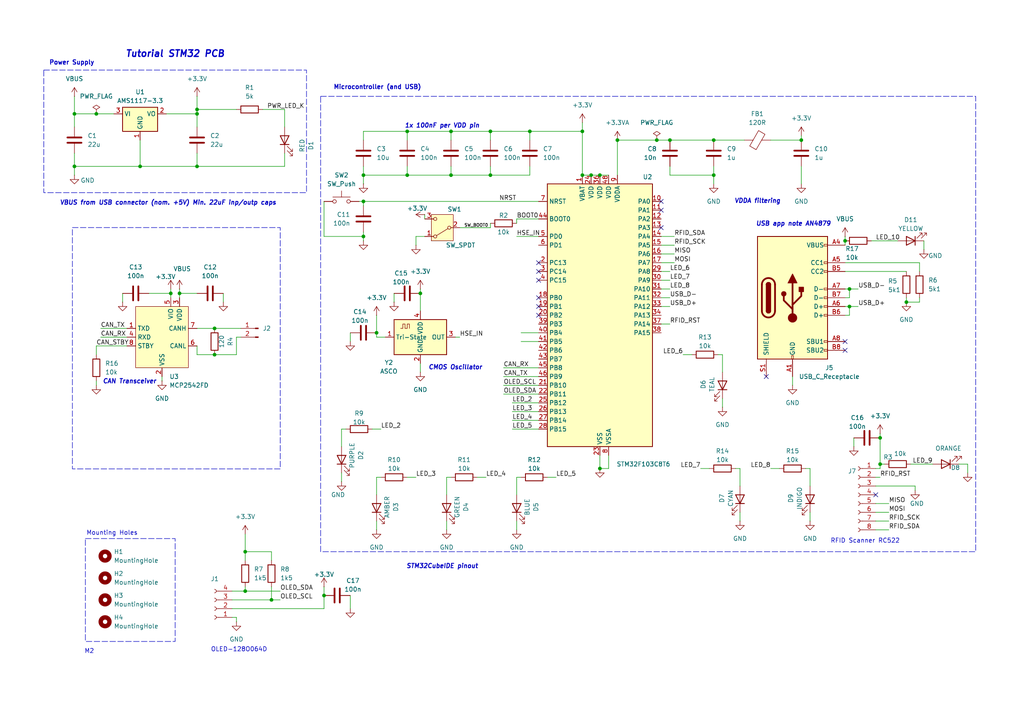
<source format=kicad_sch>
(kicad_sch (version 20250114) (generator "eeschema") (generator_version "9.0")
  (paper "A4")
  (title_block (title "STM32 DEMO PCB") (date "2025-09-19") (rev "0.1") (company "ECE"))
  (rectangle (start 93 27.94) (end 283 160.02) (stroke (width 0) (type dash)))
  (rectangle (start 24.765 156.21) (end 50.8 186.055) (stroke (width 0) (type dash)))
  (rectangle (start 21 66) (end 81.28 136) (stroke (width 0) (type dash)))
  (rectangle (start 12.7 20.32) (end 88.9 55.88) (stroke (width 0) (type dash)))
  (text "VDDA filtering\n" (at 219.71 58.42 0) (effects (font (size 1.27 1.27) (thickness 0.254) (bold yes) (italic yes))))
  (text "Microcontroller (and USB)\n" (at 109.474 25.4 0) (effects (font (size 1.27 1.27) (thickness 0.254) (bold yes))))
  (text "1x 100nF per VDD pin\n" (at 128.27 36.576 0) (effects (font (size 1.27 1.27) (thickness 0.254) (bold yes) (italic yes))))
  (text "CMOS Oscillator\n" (at 132.08 106.68 0) (effects (font (size 1.27 1.27) (thickness 0.254) (bold yes) (italic yes))))
  (text "VBUS from USB connector (nom. +5V) Min. 22uF inp/outp caps\n" (at 48.768 58.928 0) (effects (font (size 1.27 1.27) (thickness 0.254) (bold yes) (italic yes))))
  (text "STM32CubeIDE pinout\n" (at 128.27 164.338 0) (effects (font (size 1.27 1.27) (thickness 0.254) (bold yes) (italic yes))))
  (text "RFID Scanner RC522" (at 250.952 156.972 0) (effects (font (size 1.27 1.27))))
  (text "CAN Transceiver\n" (at 37.592 110.744 0) (effects (font (size 1.27 1.27) (thickness 0.254) (bold yes) (italic yes))))
  (text "OLED-128O064D" (at 69.342 188.468 0) (effects (font (size 1.27 1.27))))
  (text "Tutorial STM32 PCB" (at 50.8 15.748 0) (effects (font (size 1.905 1.905) (thickness 0.381) (bold yes) (italic yes))))
  (text "Mounting Holes\n" (at 32.512 154.686 0) (effects (font (size 1.27 1.27))))
  (text "USB app note AN4879\n" (at 230.124 65.024 0) (effects (font (size 1.27 1.27) (thickness 0.254) (bold yes) (italic yes))))
  (text "Power Supply" (at 20.828 18.288 0) (effects (font (size 1.27 1.27) (thickness 0.254) (bold yes))))
  (text "M2\n" (at 25.908 188.976 0) (effects (font (size 1.27 1.27))))
  (junction (at 246.38 88.9))
  (junction (at 207.01 40.64))
  (junction (at 121.92 85.09))
  (junction (at 190.5 40.64))
  (junction (at 168.91 50.8))
  (junction (at 57.15 48.26))
  (junction (at 173.99 50.8))
  (junction (at 255.27 134.62))
  (junction (at 21.59 33.02))
  (junction (at 105.41 58.42))
  (junction (at 173.99 135.89))
  (junction (at 109.22 96.52))
  (junction (at 52.07 85.09))
  (junction (at 142.24 38.1))
  (junction (at 71.12 160.02))
  (junction (at 105.41 68.58))
  (junction (at 232.41 40.64))
  (junction (at 194.31 40.64))
  (junction (at 168.91 38.1))
  (junction (at 130.81 50.8))
  (junction (at 142.24 50.8))
  (junction (at 130.81 38.1))
  (junction (at 118.11 38.1))
  (junction (at 118.11 50.8))
  (junction (at 57.15 33.02))
  (junction (at 40.64 48.26))
  (junction (at 49.53 85.09))
  (junction (at 62.23 102.87))
  (junction (at 153.67 38.1))
  (junction (at 78.74 173.99))
  (junction (at 105.41 50.8))
  (junction (at 207.01 50.8))
  (junction (at 171.45 50.8))
  (junction (at 57.15 31.75))
  (junction (at 71.12 171.45))
  (junction (at 255.27 127))
  (junction (at 21.59 48.26))
  (junction (at 245.11 69.85))
  (junction (at 179.07 40.64))
  (junction (at 27.94 33.02))
  (junction (at 246.38 83.82))
  (junction (at 62.23 95.25))
  (junction (at 93.98 172.72))
  (junction (at 262.89 87.63))
  (no_connect (at 156.21 88.9))
  (no_connect (at 191.77 58.42))
  (no_connect (at 156.21 91.44))
  (no_connect (at 191.77 66.04))
  (no_connect (at 156.21 78.74))
  (no_connect (at 156.21 86.36))
  (no_connect (at 254 143.51))
  (no_connect (at 156.21 76.2))
  (no_connect (at 245.11 99.06))
  (no_connect (at 156.21 81.28))
  (no_connect (at 191.77 60.96))
  (no_connect (at 245.11 101.6))
  (no_connect (at 222.25 109.22))
  (wire (pts (xy 132.08 97.79) (xy 133.35 97.79)))
  (wire (pts (xy 207.01 40.64) (xy 215.9 40.64)))
  (wire (pts (xy 68.58 102.87) (xy 68.58 97.79)))
  (wire (pts (xy 266.7 78.74) (xy 266.7 76.2)))
  (wire (pts (xy 121.92 83.82) (xy 121.92 85.09)))
  (wire (pts (xy 254 146.05) (xy 257.81 146.05)))
  (wire (pts (xy 148.59 124.46) (xy 156.21 124.46)))
  (wire (pts (xy 194.31 40.64) (xy 207.01 40.64)))
  (wire (pts (xy 191.77 73.66) (xy 195.58 73.66)))
  (wire (pts (xy 232.41 39.37) (xy 232.41 40.64)))
  (wire (pts (xy 118.11 38.1) (xy 130.81 38.1)))
  (wire (pts (xy 46.99 109.22) (xy 46.99 110.49)))
  (wire (pts (xy 57.15 44.45) (xy 57.15 48.26)))
  (wire (pts (xy 109.22 96.52) (xy 109.22 97.79)))
  (wire (pts (xy 129.54 138.43) (xy 130.81 138.43)))
  (wire (pts (xy 156.21 58.42) (xy 105.41 58.42)))
  (wire (pts (xy 71.12 170.18) (xy 71.12 171.45)))
  (wire (pts (xy 105.41 50.8) (xy 105.41 48.26)))
  (wire (pts (xy 149.86 138.43) (xy 149.86 143.51)))
  (wire (pts (xy 246.38 88.9) (xy 248.92 88.9)))
  (wire (pts (xy 109.22 91.44) (xy 109.22 96.52)))
  (wire (pts (xy 214.63 135.89) (xy 214.63 140.97)))
  (wire (pts (xy 118.11 138.43) (xy 120.65 138.43)))
  (wire (pts (xy 280.67 134.62) (xy 280.67 137.16)))
  (wire (pts (xy 57.15 31.75) (xy 68.58 31.75)))
  (wire (pts (xy 33.02 33.02) (xy 27.94 33.02)))
  (wire (pts (xy 198.12 102.87) (xy 200.66 102.87)))
  (wire (pts (xy 27.94 100.33) (xy 27.94 102.87)))
  (wire (pts (xy 29.21 97.79) (xy 36.83 97.79)))
  (wire (pts (xy 21.59 33.02) (xy 21.59 36.83)))
  (wire (pts (xy 245.11 83.82) (xy 246.38 83.82)))
  (wire (pts (xy 114.3 85.09) (xy 114.3 87.63)))
  (wire (pts (xy 142.24 38.1) (xy 153.67 38.1)))
  (wire (pts (xy 67.31 179.07) (xy 68.58 179.07)))
  (wire (pts (xy 93.98 58.42) (xy 93.98 68.58)))
  (wire (pts (xy 158.75 138.43) (xy 161.29 138.43)))
  (wire (pts (xy 142.24 64.77) (xy 142.24 66.04)))
  (wire (pts (xy 254 140.97) (xy 265.43 140.97)))
  (wire (pts (xy 57.15 27.94) (xy 57.15 31.75)))
  (wire (pts (xy 245.11 88.9) (xy 246.38 88.9)))
  (wire (pts (xy 120.65 71.12) (xy 120.65 68.58)))
  (wire (pts (xy 191.77 83.82) (xy 194.31 83.82)))
  (wire (pts (xy 246.38 88.9) (xy 246.38 91.44)))
  (wire (pts (xy 173.99 50.8) (xy 176.53 50.8)))
  (wire (pts (xy 209.55 102.87) (xy 208.28 102.87)))
  (wire (pts (xy 57.15 102.87) (xy 62.23 102.87)))
  (wire (pts (xy 57.15 33.02) (xy 57.15 36.83)))
  (wire (pts (xy 78.74 173.99) (xy 78.74 170.18)))
  (wire (pts (xy 255.27 127) (xy 255.27 134.62)))
  (wire (pts (xy 109.22 138.43) (xy 109.22 143.51)))
  (wire (pts (xy 262.89 86.36) (xy 262.89 87.63)))
  (wire (pts (xy 149.86 138.43) (xy 151.13 138.43)))
  (wire (pts (xy 101.6 172.72) (xy 101.6 176.53)))
  (wire (pts (xy 179.07 40.64) (xy 179.07 50.8)))
  (wire (pts (xy 49.53 85.09) (xy 49.53 86.36)))
  (wire (pts (xy 48.26 33.02) (xy 57.15 33.02)))
  (wire (pts (xy 265.43 142.24) (xy 265.43 140.97)))
  (wire (pts (xy 209.55 115.57) (xy 209.55 118.11)))
  (wire (pts (xy 254 148.59) (xy 257.81 148.59)))
  (wire (pts (xy 78.74 173.99) (xy 81.28 173.99)))
  (wire (pts (xy 62.23 95.25) (xy 69.85 95.25)))
  (wire (pts (xy 146.05 106.68) (xy 156.21 106.68)))
  (wire (pts (xy 71.12 160.02) (xy 71.12 162.56)))
  (wire (pts (xy 191.77 93.98) (xy 194.31 93.98)))
  (wire (pts (xy 71.12 171.45) (xy 81.28 171.45)))
  (wire (pts (xy 168.91 38.1) (xy 168.91 50.8)))
  (wire (pts (xy 68.58 97.79) (xy 69.85 97.79)))
  (wire (pts (xy 21.59 48.26) (xy 21.59 50.8)))
  (wire (pts (xy 142.24 38.1) (xy 142.24 40.64)))
  (wire (pts (xy 194.31 86.36) (xy 191.77 86.36)))
  (wire (pts (xy 209.55 102.87) (xy 209.55 107.95)))
  (wire (pts (xy 27.94 110.49) (xy 27.94 111.76)))
  (wire (pts (xy 266.7 86.36) (xy 266.7 87.63)))
  (wire (pts (xy 133.35 66.04) (xy 142.24 66.04)))
  (wire (pts (xy 109.22 138.43) (xy 110.49 138.43)))
  (wire (pts (xy 254 138.43) (xy 255.27 138.43)))
  (wire (pts (xy 99.06 124.46) (xy 100.33 124.46)))
  (wire (pts (xy 64.77 85.09) (xy 64.77 87.63)))
  (wire (pts (xy 191.77 76.2) (xy 195.58 76.2)))
  (wire (pts (xy 179.07 40.64) (xy 190.5 40.64)))
  (wire (pts (xy 35.56 85.09) (xy 35.56 87.63)))
  (wire (pts (xy 21.59 44.45) (xy 21.59 48.26)))
  (wire (pts (xy 168.91 35.56) (xy 168.91 38.1)))
  (wire (pts (xy 49.53 83.82) (xy 49.53 85.09)))
  (wire (pts (xy 267.97 69.85) (xy 267.97 72.39)))
  (wire (pts (xy 21.59 27.94) (xy 21.59 33.02)))
  (wire (pts (xy 245.11 69.85) (xy 245.11 71.12)))
  (wire (pts (xy 121.92 85.09) (xy 121.92 90.17)))
  (wire (pts (xy 129.54 151.13) (xy 129.54 153.67)))
  (wire (pts (xy 130.81 50.8) (xy 130.81 48.26)))
  (wire (pts (xy 105.41 50.8) (xy 118.11 50.8)))
  (wire (pts (xy 148.59 119.38) (xy 156.21 119.38)))
  (wire (pts (xy 93.98 68.58) (xy 105.41 68.58)))
  (wire (pts (xy 247.65 127) (xy 247.65 129.54)))
  (wire (pts (xy 149.86 63.5) (xy 156.21 63.5)))
  (wire (pts (xy 176.53 132.08) (xy 176.53 135.89)))
  (wire (pts (xy 232.41 48.26) (xy 232.41 53.34)))
  (wire (pts (xy 68.58 179.07) (xy 68.58 180.34)))
  (wire (pts (xy 109.22 151.13) (xy 109.22 153.67)))
  (wire (pts (xy 105.41 38.1) (xy 105.41 40.64)))
  (wire (pts (xy 104.14 58.42) (xy 105.41 58.42)))
  (wire (pts (xy 82.55 31.75) (xy 82.55 36.83)))
  (wire (pts (xy 93.98 172.72) (xy 93.98 176.53)))
  (wire (pts (xy 142.24 50.8) (xy 142.24 48.26)))
  (wire (pts (xy 190.5 40.64) (xy 194.31 40.64)))
  (wire (pts (xy 223.52 135.89) (xy 226.06 135.89)))
  (wire (pts (xy 52.07 83.82) (xy 52.07 85.09)))
  (wire (pts (xy 129.54 138.43) (xy 129.54 143.51)))
  (wire (pts (xy 280.67 134.62) (xy 278.13 134.62)))
  (wire (pts (xy 245.11 68.58) (xy 245.11 69.85)))
  (wire (pts (xy 130.81 38.1) (xy 142.24 38.1)))
  (wire (pts (xy 156.21 96.52) (xy 151.13 96.52)))
  (wire (pts (xy 76.2 31.75) (xy 82.55 31.75)))
  (wire (pts (xy 191.77 81.28) (xy 194.31 81.28)))
  (wire (pts (xy 223.52 40.64) (xy 232.41 40.64)))
  (wire (pts (xy 149.86 151.13) (xy 149.86 153.67)))
  (wire (pts (xy 118.11 38.1) (xy 118.11 40.64)))
  (wire (pts (xy 255.27 125.73) (xy 255.27 127)))
  (wire (pts (xy 99.06 137.16) (xy 99.06 139.7)))
  (wire (pts (xy 148.59 121.92) (xy 156.21 121.92)))
  (wire (pts (xy 62.23 102.87) (xy 68.58 102.87)))
  (wire (pts (xy 246.38 86.36) (xy 246.38 83.82)))
  (wire (pts (xy 255.27 134.62) (xy 256.54 134.62)))
  (wire (pts (xy 109.22 97.79) (xy 111.76 97.79)))
  (wire (pts (xy 246.38 91.44) (xy 245.11 91.44)))
  (wire (pts (xy 207.01 48.26) (xy 207.01 50.8)))
  (wire (pts (xy 214.63 135.89) (xy 213.36 135.89)))
  (wire (pts (xy 105.41 38.1) (xy 118.11 38.1)))
  (wire (pts (xy 234.95 135.89) (xy 233.68 135.89)))
  (wire (pts (xy 105.41 68.58) (xy 105.41 69.85)))
  (wire (pts (xy 146.05 109.22) (xy 156.21 109.22)))
  (wire (pts (xy 173.99 132.08) (xy 173.99 135.89)))
  (wire (pts (xy 130.81 50.8) (xy 142.24 50.8)))
  (wire (pts (xy 146.05 114.3) (xy 156.21 114.3)))
  (wire (pts (xy 57.15 31.75) (xy 57.15 33.02)))
  (wire (pts (xy 149.86 68.58) (xy 156.21 68.58)))
  (wire (pts (xy 149.86 63.5) (xy 149.86 64.77)))
  (wire (pts (xy 67.31 173.99) (xy 78.74 173.99)))
  (wire (pts (xy 82.55 48.26) (xy 57.15 48.26)))
  (wire (pts (xy 57.15 100.33) (xy 57.15 102.87)))
  (wire (pts (xy 171.45 50.8) (xy 173.99 50.8)))
  (wire (pts (xy 146.05 111.76) (xy 156.21 111.76)))
  (wire (pts (xy 148.59 116.84) (xy 156.21 116.84)))
  (wire (pts (xy 78.74 160.02) (xy 78.74 162.56)))
  (wire (pts (xy 27.94 100.33) (xy 36.83 100.33)))
  (wire (pts (xy 71.12 160.02) (xy 78.74 160.02)))
  (wire (pts (xy 142.24 50.8) (xy 153.67 50.8)))
  (wire (pts (xy 118.11 50.8) (xy 118.11 48.26)))
  (wire (pts (xy 101.6 96.52) (xy 101.6 99.06)))
  (wire (pts (xy 191.77 88.9) (xy 194.31 88.9)))
  (wire (pts (xy 234.95 148.59) (xy 234.95 151.13)))
  (wire (pts (xy 153.67 38.1) (xy 168.91 38.1)))
  (wire (pts (xy 176.53 135.89) (xy 173.99 135.89)))
  (wire (pts (xy 153.67 38.1) (xy 153.67 40.64)))
  (wire (pts (xy 191.77 78.74) (xy 194.31 78.74)))
  (wire (pts (xy 264.16 134.62) (xy 270.51 134.62)))
  (wire (pts (xy 191.77 71.12) (xy 195.58 71.12)))
  (wire (pts (xy 123.19 62.23) (xy 123.19 63.5)))
  (wire (pts (xy 29.21 95.25) (xy 36.83 95.25)))
  (wire (pts (xy 229.87 109.22) (xy 229.87 111.76)))
  (wire (pts (xy 67.31 171.45) (xy 71.12 171.45)))
  (wire (pts (xy 130.81 38.1) (xy 130.81 40.64)))
  (wire (pts (xy 40.64 40.64) (xy 40.64 48.26)))
  (wire (pts (xy 156.21 99.06) (xy 151.13 99.06)))
  (wire (pts (xy 82.55 44.45) (xy 82.55 48.26)))
  (wire (pts (xy 262.89 87.63) (xy 266.7 87.63)))
  (wire (pts (xy 93.98 170.18) (xy 93.98 172.72)))
  (wire (pts (xy 121.92 105.41) (xy 121.92 107.95)))
  (wire (pts (xy 57.15 48.26) (xy 40.64 48.26)))
  (wire (pts (xy 234.95 135.89) (xy 234.95 140.97)))
  (wire (pts (xy 153.67 50.8) (xy 153.67 48.26)))
  (wire (pts (xy 118.11 50.8) (xy 130.81 50.8)))
  (wire (pts (xy 57.15 95.25) (xy 62.23 95.25)))
  (wire (pts (xy 245.11 76.2) (xy 266.7 76.2)))
  (wire (pts (xy 71.12 154.94) (xy 71.12 160.02)))
  (wire (pts (xy 207.01 50.8) (xy 207.01 53.34)))
  (wire (pts (xy 52.07 85.09) (xy 57.15 85.09)))
  (wire (pts (xy 52.07 85.09) (xy 52.07 86.36)))
  (wire (pts (xy 105.41 58.42) (xy 105.41 59.69)))
  (wire (pts (xy 99.06 124.46) (xy 99.06 129.54)))
  (wire (pts (xy 120.65 68.58) (xy 123.19 68.58)))
  (wire (pts (xy 67.31 176.53) (xy 93.98 176.53)))
  (wire (pts (xy 245.11 86.36) (xy 246.38 86.36)))
  (wire (pts (xy 43.18 85.09) (xy 49.53 85.09)))
  (wire (pts (xy 252.73 69.85) (xy 260.35 69.85)))
  (wire (pts (xy 168.91 50.8) (xy 171.45 50.8)))
  (wire (pts (xy 27.94 33.02) (xy 21.59 33.02)))
  (wire (pts (xy 105.41 53.34) (xy 105.41 50.8)))
  (wire (pts (xy 246.38 83.82) (xy 248.92 83.82)))
  (wire (pts (xy 194.31 50.8) (xy 207.01 50.8)))
  (wire (pts (xy 107.95 124.46) (xy 110.49 124.46)))
  (wire (pts (xy 21.59 48.26) (xy 40.64 48.26)))
  (wire (pts (xy 254 153.67) (xy 257.81 153.67)))
  (wire (pts (xy 138.43 138.43) (xy 140.97 138.43)))
  (wire (pts (xy 203.2 135.89) (xy 205.74 135.89)))
  (wire (pts (xy 191.77 68.58) (xy 195.58 68.58)))
  (wire (pts (xy 245.11 78.74) (xy 262.89 78.74)))
  (wire (pts (xy 214.63 148.59) (xy 214.63 151.13)))
  (wire (pts (xy 254 151.13) (xy 257.81 151.13)))
  (wire (pts (xy 105.41 67.31) (xy 105.41 68.58)))
  (wire (pts (xy 255.27 134.62) (xy 255.27 135.89)))
  (wire (pts (xy 254 135.89) (xy 255.27 135.89)))
  (wire (pts (xy 194.31 48.26) (xy 194.31 50.8)))
  (label "OLED_SDA" (at 146.05 114.3 0))
  (label "MISO" (at 257.81 146.05 0))
  (label "CAN_RX" (at 29.21 97.79 0))
  (label "LED_2" (at 148.59 116.84 0))
  (label "OLED_SCL" (at 146.05 111.76 0))
  (label "LED_9" (at 270.51 134.62 180))
  (label "OLED_SDA" (at 81.28 171.45 0))
  (label "LED_3" (at 120.65 138.43 0))
  (label "CAN_STBY" (at 27.94 100.33 0))
  (label "MOSI" (at 195.58 76.2 0))
  (label "RFID_SCK" (at 195.58 71.12 0))
  (label "LED_6" (at 198.12 102.87 180))
  (label "LED_7" (at 203.2 135.89 180))
  (label "HSE_IN" (at 133.35 97.79 0))
  (label "RFID_SDA" (at 257.81 153.67 0))
  (label "CAN_TX" (at 146.05 109.22 0))
  (label "SW_BOOT0" (at 134.62 66.04 0) (effects (font (size 0.889 0.889))))
  (label "LED_8" (at 194.31 83.82 0))
  (label "RFID_RST" (at 194.31 93.98 0))
  (label "LED_4" (at 140.97 138.43 0))
  (label "LED_4" (at 148.59 121.92 0))
  (label "BOOT0" (at 149.86 63.5 0))
  (label "USB_D+" (at 248.92 88.9 0))
  (label "LED_10" (at 254 69.85 0))
  (label "LED_5" (at 148.59 124.46 0))
  (label "LED_7" (at 194.31 81.28 0))
  (label "CAN_TX" (at 29.21 95.25 0))
  (label "RFID_RST" (at 255.27 138.43 0))
  (label "CAN_RX" (at 146.05 106.68 0))
  (label "LED_5" (at 161.29 138.43 0))
  (label "OLED_SCL" (at 81.28 173.99 0))
  (label "LED_3" (at 148.59 119.38 0))
  (label "LED_6" (at 194.31 78.74 0))
  (label "LED_8" (at 223.52 135.89 180))
  (label "RFID_SDA" (at 195.58 68.58 0))
  (label "RFID_SCK" (at 257.81 151.13 0))
  (label "NRST" (at 144.78 58.42 0))
  (label "USB_D-" (at 248.92 83.82 0))
  (label "LED_2" (at 110.49 124.46 0))
  (label "USB_D-" (at 194.31 86.36 0))
  (label "HSE_IN" (at 149.86 68.58 0))
  (label "USB_D+" (at 194.31 88.9 0))
  (label "MISO" (at 195.58 73.66 0))
  (label "MOSI" (at 257.81 148.59 0))
  (label "PWR_LED_K" (at 77.47 31.75 0))
  (symbol (lib_id "Device:R") (at 209.55 135.89 270) (mirror x) (unit 1)
    (property "Reference" "R14" (at 209.55 130.81 90))
    (property "Value" "10k" (at 209.55 133.35 90))
    (property "Footprint" "Resistor_SMD:R_0603_1608Metric" (effects (hide yes)))
    (property "Description" "Resistor" (effects (hide yes)))
  )
  (symbol (lib_id "power:+3.3V") (at 71.12 154.94 0) (unit 1)
    (property "Reference" "#PWR022" (effects (hide yes)))
    (property "Value" "+3.3V" (at 71.12 149.86 0))
    (property "Description" "Power symbol creates a global label with name \"+3.3V\"" (effects (hide yes)))
  )
  (symbol (lib_id "Mechanical:MountingHole") (at 30.48 167.64 0) (unit 1) (in_bom no)
    (property "Reference" "H2" (at 33.02 166.3699 0) (effects (justify left)))
    (property "Value" "MountingHole" (at 33.02 168.9099 0) (effects (justify left)))
    (property "Footprint" "MountingHole:MountingHole_2.2mm_M2" (effects (hide yes)))
    (property "Description" "Mounting Hole without connection" (effects (hide yes)))
  )
  (symbol (lib_id "Device:LED") (at 149.86 147.32 90) (unit 1)
    (property "Reference" "D5" (at 155.448 147.066 0))
    (property "Value" "BLUE" (at 152.908 147.066 0))
    (property "Footprint" "LED_SMD:LED_0603_1608Metric" (effects (hide yes)))
    (property "Description" "Light emitting diode" (effects (hide yes)))
    (property "Sim.Pins" "1=K 2=A" (effects (hide yes)))
  )
  (symbol (lib_id "power:GND") (at 129.54 153.67 0) (unit 1)
    (property "Reference" "#PWR031" (effects (hide yes)))
    (property "Value" "GND" (at 129.54 158.75 0))
    (property "Description" "Power symbol creates a global label with name \"GND\" , ground" (effects (hide yes)))
  )
  (symbol (lib_id "Device:LED") (at 209.55 111.76 270) (mirror x) (unit 1)
    (property "Reference" "D6" (at 203.962 111.506 0))
    (property "Value" "TEAL" (at 206.502 111.506 0))
    (property "Footprint" "LED_SMD:LED_0603_1608Metric" (effects (hide yes)))
    (property "Description" "Light emitting diode" (effects (hide yes)))
    (property "Sim.Pins" "1=K 2=A" (effects (hide yes)))
  )
  (symbol (lib_id "power:+3.3V") (at 123.19 62.23 90) (unit 1)
    (property "Reference" "#PWR010" (effects (hide yes)))
    (property "Value" "+3.3V" (at 123.952 60.452 90) (effects (justify left)))
    (property "Description" "Power symbol creates a global label with name \"+3.3V\"" (effects (hide yes)))
  )
  (symbol (lib_id "power:+3.3V") (at 109.22 91.44 0) (unit 1)
    (property "Reference" "#PWR017" (effects (hide yes)))
    (property "Value" "+3.3V" (at 109.22 86.36 0))
    (property "Description" "Power symbol creates a global label with name \"+3.3V\"" (effects (hide yes)))
  )
  (symbol (lib_id "Device:LED") (at 234.95 144.78 270) (mirror x) (unit 1)
    (property "Reference" "D9" (at 229.362 144.526 0))
    (property "Value" "INDIGO" (at 231.902 144.526 0))
    (property "Footprint" "LED_SMD:LED_0603_1608Metric" (effects (hide yes)))
    (property "Description" "Light emitting diode" (effects (hide yes)))
    (property "Sim.Pins" "1=K 2=A" (effects (hide yes)))
  )
  (symbol (lib_id "Device:C") (at 232.41 44.45 0) (unit 1)
    (property "Reference" "C10" (at 236.22 43.1799 0) (effects (justify left)))
    (property "Value" "1u" (at 236.22 45.7199 0) (effects (justify left)))
    (property "Footprint" "Capacitor_SMD:C_0603_1608Metric" (effects (hide yes)))
    (property "Description" "Unpolarized capacitor" (effects (hide yes)))
  )
  (symbol (lib_id "power:GND") (at 35.56 87.63 0) (unit 1)
    (property "Reference" "#PWR012" (effects (hide yes)))
    (property "Value" "GND" (effects (hide yes)))
    (property "Description" "Power symbol creates a global label with name \"GND\" , ground" (effects (hide yes)))
  )
  (symbol (lib_id "Device:C") (at 39.37 85.09 90) (unit 1)
    (property "Reference" "C13" (at 39.37 77.47 90))
    (property "Value" "100n" (at 39.37 80.01 90))
    (property "Footprint" "Capacitor_SMD:C_0603_1608Metric" (effects (hide yes)))
    (property "Description" "Unpolarized capacitor" (effects (hide yes)))
  )
  (symbol (lib_id "Device:R") (at 262.89 82.55 0) (unit 1)
    (property "Reference" "R5" (at 257.556 81.534 0) (effects (justify left)))
    (property "Value" "5k1" (at 257.556 84.074 0) (effects (justify left)))
    (property "Footprint" "Resistor_SMD:R_0603_1608Metric" (effects (hide yes)))
    (property "Description" "Resistor" (effects (hide yes)))
  )
  (symbol (lib_id "power:GND") (at 109.22 153.67 0) (unit 1)
    (property "Reference" "#PWR030" (effects (hide yes)))
    (property "Value" "GND" (at 109.22 158.75 0))
    (property "Description" "Power symbol creates a global label with name \"GND\" , ground" (effects (hide yes)))
  )
  (symbol (lib_id "power:VBUS") (at 52.07 83.82 0) (unit 1)
    (property "Reference" "#PWR07" (effects (hide yes)))
    (property "Value" "VBUS" (at 52.832 77.978 0))
    (property "Description" "Power symbol creates a global label with name \"VBUS\"" (effects (hide yes)))
  )
  (symbol (lib_id "Device:C") (at 130.81 44.45 0) (unit 1)
    (property "Reference" "C5" (at 134.62 43.1799 0) (effects (justify left)))
    (property "Value" "100n" (at 134.62 45.7199 0) (effects (justify left)))
    (property "Footprint" "Capacitor_SMD:C_0603_1608Metric" (effects (hide yes)))
    (property "Description" "Unpolarized capacitor" (effects (hide yes)))
  )
  (symbol (lib_id "power:GND") (at 173.99 135.89 0) (unit 1)
    (property "Reference" "#PWR015" (effects (hide yes)))
    (property "Value" "GND" (effects (hide yes)))
    (property "Description" "Power symbol creates a global label with name \"GND\" , ground" (effects (hide yes)))
  )
  (symbol (lib_id "power:+3.3V") (at 232.41 39.37 0) (unit 1)
    (property "Reference" "#PWR023" (effects (hide yes)))
    (property "Value" "+3.3V" (at 232.41 34.29 0))
    (property "Description" "Power symbol creates a global label with name \"+3.3V\"" (effects (hide yes)))
  )
  (symbol (lib_id "Device:LED") (at 214.63 144.78 270) (mirror x) (unit 1)
    (property "Reference" "D7" (at 209.382 144.526 0))
    (property "Value" "CYAN" (at 211.922 144.526 0))
    (property "Footprint" "LED_SMD:LED_0603_1608Metric" (effects (hide yes)))
    (property "Description" "Light emitting diode" (effects (hide yes)))
    (property "Sim.Pins" "1=K 2=A" (effects (hide yes)))
  )
  (symbol (lib_id "Device:LED") (at 274.32 134.62 180) (unit 1)
    (property "Reference" "D8" (at 277.114 135.636 0))
    (property "Value" "ORANGE" (at 275.082 130.048 0))
    (property "Footprint" "LED_SMD:LED_0603_1608Metric" (effects (hide yes)))
    (property "Description" "Light emitting diode" (effects (hide yes)))
    (property "Sim.Pins" "1=K 2=A" (effects (hide yes)))
  )
  (symbol (lib_id "Device:C") (at 142.24 44.45 0) (unit 1)
    (property "Reference" "C6" (at 146.05 43.1799 0) (effects (justify left)))
    (property "Value" "100n" (at 146.05 45.7199 0) (effects (justify left)))
    (property "Footprint" "Capacitor_SMD:C_0603_1608Metric" (effects (hide yes)))
    (property "Description" "Unpolarized capacitor" (effects (hide yes)))
  )
  (symbol (lib_id "power:GND") (at 229.87 111.76 0) (unit 1)
    (property "Reference" "#PWR026" (effects (hide yes)))
    (property "Value" "GND" (at 229.87 116.84 0))
    (property "Description" "Power symbol creates a global label with name \"GND\" , ground" (effects (hide yes)))
  )
  (symbol (lib_id "Device:C") (at 207.01 44.45 0) (unit 1)
    (property "Reference" "C9" (at 210.82 43.1799 0) (effects (justify left)))
    (property "Value" "1u" (at 210.82 45.7199 0) (effects (justify left)))
    (property "Footprint" "Capacitor_SMD:C_0603_1608Metric" (effects (hide yes)))
    (property "Description" "Unpolarized capacitor" (effects (hide yes)))
  )
  (symbol (lib_id "Device:C") (at 251.46 127 90) (unit 1)
    (property "Reference" "C16" (at 248.666 121.158 90))
    (property "Value" "100n" (at 248.666 123.698 90))
    (property "Footprint" "Capacitor_SMD:C_0603_1608Metric" (effects (hide yes)))
    (property "Description" "Unpolarized capacitor" (effects (hide yes)))
  )
  (symbol (lib_id "Device:R") (at 248.92 69.85 90) (unit 1)
    (property "Reference" "R17" (at 247.142 72.136 90))
    (property "Value" "10k" (at 247.142 74.676 90))
    (property "Footprint" "Resistor_SMD:R_0603_1608Metric" (effects (hide yes)))
    (property "Description" "Resistor" (effects (hide yes)))
  )
  (symbol (lib_id "power:GND") (at 46.99 110.49 0) (unit 1)
    (property "Reference" "#PWR039" (effects (hide yes)))
    (property "Value" "GND" (at 46.99 115.57 0))
    (property "Description" "Power symbol creates a global label with name \"GND\" , ground" (effects (hide yes)))
  )
  (symbol (lib_id "power:+3.3V") (at 121.92 83.82 0) (unit 1)
    (property "Reference" "#PWR019" (effects (hide yes)))
    (property "Value" "+3.3V" (at 121.92 78.74 0))
    (property "Description" "Power symbol creates a global label with name \"+3.3V\"" (effects (hide yes)))
  )
  (symbol (lib_id "Device:C") (at 105.41 63.5 0) (mirror y) (unit 1)
    (property "Reference" "C11" (at 101.6 62.2299 0) (effects (justify left)))
    (property "Value" "100n" (at 101.6 64.7699 0) (effects (justify left)))
    (property "Footprint" "Capacitor_SMD:C_0603_1608Metric" (effects (hide yes)))
    (property "Description" "Unpolarized capacitor" (effects (hide yes)))
  )
  (symbol (lib_id "power:+3.3V") (at 93.98 170.18 0) (unit 1)
    (property "Reference" "#PWR021" (effects (hide yes)))
    (property "Value" "+3.3V" (at 93.98 166.624 0))
    (property "Description" "Power symbol creates a global label with name \"+3.3V\"" (effects (hide yes)))
  )
  (symbol (lib_id "power:GND") (at 265.43 142.24 0) (unit 1)
    (property "Reference" "#PWR042" (effects (hide yes)))
    (property "Value" "GND" (at 265.938 146.05 0))
    (property "Description" "Power symbol creates a global label with name \"GND\" , ground" (effects (hide yes)))
  )
  (symbol (lib_id "Device:R") (at 62.23 99.06 0) (unit 1)
    (property "Reference" "R4" (at 66.802 99.06 90))
    (property "Value" "120" (at 64.262 99.06 90))
    (property "Footprint" "Resistor_SMD:R_0603_1608Metric" (effects (hide yes)))
    (property "Description" "Resistor" (effects (hide yes)))
  )
  (symbol (lib_id "power:GND") (at 121.92 107.95 0) (unit 1)
    (property "Reference" "#PWR028" (effects (hide yes)))
    (property "Value" "GND" (at 121.92 113.03 0))
    (property "Description" "Power symbol creates a global label with name \"GND\" , ground" (effects (hide yes)))
  )
  (symbol (lib_id "Mechanical:MountingHole") (at 30.48 180.34 0) (unit 1) (in_bom no)
    (property "Reference" "H4" (at 33.02 179.0699 0) (effects (justify left)))
    (property "Value" "MountingHole" (at 33.02 181.6099 0) (effects (justify left)))
    (property "Footprint" "MountingHole:MountingHole_2.2mm_M2" (effects (hide yes)))
    (property "Description" "Mounting Hole without connection" (effects (hide yes)))
  )
  (symbol (lib_id "power:+3.3V") (at 168.91 35.56 0) (unit 1)
    (property "Reference" "#PWR014" (effects (hide yes)))
    (property "Value" "+3.3V" (at 168.91 30.48 0))
    (property "Description" "Power symbol creates a global label with name \"+3.3V\"" (effects (hide yes)))
  )
  (symbol (lib_id "power:+3.3V") (at 255.27 125.73 0) (unit 1)
    (property "Reference" "#PWR041" (effects (hide yes)))
    (property "Value" "+3.3V" (at 255.27 120.65 0))
    (property "Description" "Power symbol creates a global label with name \"+3.3V\"" (effects (hide yes)))
  )
  (symbol (lib_id "power:GND") (at 209.55 118.11 0) (mirror y) (unit 1)
    (property "Reference" "#PWR040" (effects (hide yes)))
    (property "Value" "GND" (at 209.55 123.19 0))
    (property "Description" "Power symbol creates a global label with name \"GND\" , ground" (effects (hide yes)))
  )
  (symbol (lib_id "Device:R") (at 71.12 166.37 0) (unit 1)
    (property "Reference" "R7" (at 73.66 165.0999 0) (effects (justify left)))
    (property "Value" "1k5" (at 73.66 167.6399 0) (effects (justify left)))
    (property "Footprint" "Resistor_SMD:R_0603_1608Metric" (effects (hide yes)))
    (property "Description" "Resistor" (effects (hide yes)))
  )
  (symbol (lib_id "power:GND") (at 149.86 153.67 0) (unit 1)
    (property "Reference" "#PWR032" (effects (hide yes)))
    (property "Value" "GND" (at 149.86 158.75 0))
    (property "Description" "Power symbol creates a global label with name \"GND\" , ground" (effects (hide yes)))
  )
  (symbol (lib_id "Device:R") (at 134.62 138.43 90) (unit 1)
    (property "Reference" "R11" (at 134.62 133.35 90))
    (property "Value" "10k" (at 134.62 135.89 90))
    (property "Footprint" "Resistor_SMD:R_0603_1608Metric" (effects (hide yes)))
    (property "Description" "Resistor" (effects (hide yes)))
  )
  (symbol (lib_id "power:PWR_FLAG") (at 27.94 33.02 0) (unit 1)
    (property "Reference" "#FLG02" (effects (hide yes)))
    (property "Value" "PWR_FLAG" (at 27.94 27.94 0))
    (property "Description" "Special symbol for telling ERC where power comes from" (effects (hide yes)))
  )
  (symbol (lib_id "power:GND") (at 120.65 71.12 0) (unit 1)
    (property "Reference" "#PWR09" (effects (hide yes)))
    (property "Value" "GND" (effects (hide yes)))
    (property "Description" "Power symbol creates a global label with name \"GND\" , ground" (effects (hide yes)))
  )
  (symbol (lib_id "Device:FerriteBead") (at 219.71 40.64 90) (unit 1)
    (property "Reference" "FB1" (at 219.6592 33.02 90))
    (property "Value" "120R" (at 219.6592 35.56 90))
    (property "Footprint" "Inductor_SMD:L_0805_2012Metric" (effects (hide yes)))
    (property "Description" "Ferrite bead" (effects (hide yes)))
  )
  (symbol (lib_id "MCU_ST_STM32F1:STM32F103C8Tx") (at 173.99 91.44 0) (unit 1)
    (property "Reference" "U2" (at 186.436 51.308 0) (effects (justify left)))
    (property "Value" "STM32F103C8T6" (at 178.816 134.62 0) (effects (justify left)))
    (property "Footprint" "Package_QFP:LQFP-48_7x7mm_P0.5mm" (effects (hide yes)))
    (property "Datasheet" "https://www.st.com/resource/en/datasheet/stm32f103c8.pdf" (effects (hide yes)))
    (property "Description" "STMicroelectronics Arm Cortex-M3 MCU, 64KB flash, 20KB RAM, 72 MHz, 2.0-3.6V, 37 GPIO, LQFP48" (effects (hide yes)))
  )
  (symbol (lib_id "eco_lib_symbols:MCP2542FD") (at 46.99 88.9 0) (unit 1)
    (property "Reference" "U3" (at 49.1333 109.22 0) (effects (justify left)))
    (property "Value" "MCP2542FD" (at 49.1333 111.76 0) (effects (justify left)))
    (property "Footprint" "Package_SO:SOIC-8_3.9x4.9mm_P1.27mm" (effects (hide yes)))
  )
  (symbol (lib_id "power:GND") (at 262.89 87.63 0) (unit 1)
    (property "Reference" "#PWR025" (effects (hide yes)))
    (property "Value" "GND" (at 262.89 92.71 0))
    (property "Description" "Power symbol creates a global label with name \"GND\" , ground" (effects (hide yes)))
  )
  (symbol (lib_id "Device:R") (at 154.94 138.43 90) (unit 1)
    (property "Reference" "R12" (at 154.94 133.35 90))
    (property "Value" "10k" (at 154.94 135.89 90))
    (property "Footprint" "Resistor_SMD:R_0603_1608Metric" (effects (hide yes)))
    (property "Description" "Resistor" (effects (hide yes)))
  )
  (symbol (lib_id "Connector:Conn_01x04_Socket") (at 62.23 176.53 180) (unit 1)
    (property "Reference" "J1" (at 63.5 167.894 0) (effects (justify left)))
    (property "Value" "Conn_01x04_Socket" (effects (hide yes)))
    (property "Footprint" "ecocad_lib_footprints:Display_128x64_096_I2C" (effects (hide yes)))
    (property "Description" "Generic connector, single row, 01x04, script generated" (effects (hide yes)))
  )
  (symbol (lib_id "Device:R") (at 104.14 124.46 90) (unit 1)
    (property "Reference" "R9" (at 104.14 119.888 90))
    (property "Value" "10k" (at 104.14 122.428 90))
    (property "Footprint" "Resistor_SMD:R_0603_1608Metric" (effects (hide yes)))
    (property "Description" "Resistor" (effects (hide yes)))
  )
  (symbol (lib_id "Device:LED") (at 129.54 147.32 90) (unit 1)
    (property "Reference" "D4" (at 135.128 147.066 0))
    (property "Value" "GREEN" (at 132.588 147.066 0))
    (property "Footprint" "LED_SMD:LED_0603_1608Metric" (effects (hide yes)))
    (property "Description" "Light emitting diode" (effects (hide yes)))
    (property "Sim.Pins" "1=K 2=A" (effects (hide yes)))
  )
  (symbol (lib_id "power:GND") (at 280.67 137.16 0) (unit 1)
    (property "Reference" "#PWR035" (effects (hide yes)))
    (property "Value" "GND" (effects (hide yes)))
    (property "Description" "Power symbol creates a global label with name \"GND\" , ground" (effects (hide yes)))
  )
  (symbol (lib_id "Device:R") (at 229.87 135.89 270) (mirror x) (unit 1)
    (property "Reference" "R15" (at 229.87 130.81 90))
    (property "Value" "10k" (at 229.87 133.35 90))
    (property "Footprint" "Resistor_SMD:R_0603_1608Metric" (effects (hide yes)))
    (property "Description" "Resistor" (effects (hide yes)))
  )
  (symbol (lib_id "power:VBUS") (at 245.11 68.58 0) (mirror y) (unit 1)
    (property "Reference" "#PWR027" (effects (hide yes)))
    (property "Value" "VBUS" (at 245.11 63.5 0))
    (property "Description" "Power symbol creates a global label with name \"VBUS\"" (effects (hide yes)))
  )
  (symbol (lib_id "power:GND") (at 27.94 111.76 0) (unit 1)
    (property "Reference" "#PWR013" (effects (hide yes)))
    (property "Value" "GND" (effects (hide yes)))
    (property "Description" "Power symbol creates a global label with name \"GND\" , ground" (effects (hide yes)))
  )
  (symbol (lib_id "Mechanical:MountingHole") (at 30.48 173.99 0) (unit 1) (in_bom no)
    (property "Reference" "H3" (at 33.02 172.7199 0) (effects (justify left)))
    (property "Value" "MountingHole" (at 33.02 175.2599 0) (effects (justify left)))
    (property "Footprint" "MountingHole:MountingHole_2.2mm_M2" (effects (hide yes)))
    (property "Description" "Mounting Hole without connection" (effects (hide yes)))
  )
  (symbol (lib_id "Mechanical:MountingHole") (at 30.48 161.29 0) (unit 1) (in_bom no)
    (property "Reference" "H1" (at 33.02 160.0199 0) (effects (justify left)))
    (property "Value" "MountingHole" (at 33.02 162.5599 0) (effects (justify left)))
    (property "Footprint" "MountingHole:MountingHole_2.2mm_M2" (effects (hide yes)))
    (property "Description" "Mounting Hole without connection" (effects (hide yes)))
  )
  (symbol (lib_id "Device:LED") (at 264.16 69.85 180) (unit 1)
    (property "Reference" "D11" (at 264.16 63.754 0))
    (property "Value" "YELLOW" (at 264.16 66.294 0))
    (property "Footprint" "LED_SMD:LED_0603_1608Metric" (effects (hide yes)))
    (property "Description" "Light emitting diode" (effects (hide yes)))
    (property "Sim.Pins" "1=K 2=A" (effects (hide yes)))
  )
  (symbol (lib_id "Device:C") (at 97.79 172.72 270) (mirror x) (unit 1)
    (property "Reference" "C17" (at 102.362 168.402 90))
    (property "Value" "100n" (at 102.362 170.942 90))
    (property "Footprint" "Capacitor_SMD:C_0603_1608Metric" (effects (hide yes)))
    (property "Description" "Unpolarized capacitor" (effects (hide yes)))
  )
  (symbol (lib_id "Device:R") (at 204.47 102.87 270) (mirror x) (unit 1)
    (property "Reference" "R13" (at 204.47 97.79 90))
    (property "Value" "10k" (at 204.47 100.33 90))
    (property "Footprint" "Resistor_SMD:R_0603_1608Metric" (effects (hide yes)))
    (property "Description" "Resistor" (effects (hide yes)))
  )
  (symbol (lib_id "Connector:Conn_01x08_Socket") (at 248.92 143.51 0) (mirror y) (unit 1)
    (property "Reference" "J7" (at 247.142 136.652 0))
    (property "Value" "Conn_01x08_Socket" (effects (hide yes)))
    (property "Footprint" "Connector_PinSocket_2.54mm:PinSocket_1x08_P2.54mm_Vertical" (effects (hide yes)))
    (property "Description" "Generic connector, single row, 01x08, script generated" (effects (hide yes)))
  )
  (symbol (lib_id "Device:R") (at 266.7 82.55 0) (unit 1)
    (property "Reference" "R6" (at 269.24 81.2799 0) (effects (justify left)))
    (property "Value" "5k1" (at 269.24 83.8199 0) (effects (justify left)))
    (property "Footprint" "Resistor_SMD:R_0603_1608Metric" (effects (hide yes)))
    (property "Description" "Resistor" (effects (hide yes)))
  )
  (symbol (lib_id "power:GND") (at 101.6 99.06 0) (unit 1)
    (property "Reference" "#PWR020" (effects (hide yes)))
    (property "Value" "GND" (effects (hide yes)))
    (property "Description" "Power symbol creates a global label with name \"GND\" , ground" (effects (hide yes)))
  )
  (symbol (lib_id "Device:C") (at 105.41 96.52 90) (unit 1)
    (property "Reference" "C14" (at 104.394 90.424 90))
    (property "Value" "100n" (at 104.394 92.964 90))
    (property "Footprint" "Capacitor_SMD:C_0603_1608Metric" (effects (hide yes)))
    (property "Description" "Unpolarized capacitor" (effects (hide yes)))
  )
  (symbol (lib_id "Device:LED") (at 82.55 40.64 90) (unit 1)
    (property "Reference" "D1" (at 90.17 42.2275 0))
    (property "Value" "RED" (at 87.63 42.2275 0))
    (property "Footprint" "LED_SMD:LED_0603_1608Metric" (effects (hide yes)))
    (property "Description" "Light emitting diode" (effects (hide yes)))
    (property "Sim.Pins" "1=K 2=A" (effects (hide yes)))
  )
  (symbol (lib_id "power:GND") (at 68.58 180.34 0) (unit 1)
    (property "Reference" "#PWR04" (effects (hide yes)))
    (property "Value" "GND" (at 68.58 185.42 0))
    (property "Description" "Power symbol creates a global label with name \"GND\" , ground" (effects (hide yes)))
  )
  (symbol (lib_id "Device:R") (at 114.3 138.43 90) (unit 1)
    (property "Reference" "R10" (at 114.3 133.35 90))
    (property "Value" "10k" (at 114.3 135.89 90))
    (property "Footprint" "Resistor_SMD:R_0603_1608Metric" (effects (hide yes)))
    (property "Description" "Resistor" (effects (hide yes)))
  )
  (symbol (lib_id "power:VBUS") (at 21.59 27.94 0) (unit 1)
    (property "Reference" "#PWR01" (effects (hide yes)))
    (property "Value" "VBUS" (at 21.59 22.86 0))
    (property "Description" "Power symbol creates a global label with name \"VBUS\"" (effects (hide yes)))
  )
  (symbol (lib_id "Device:C") (at 57.15 40.64 0) (unit 1)
    (property "Reference" "C2" (at 60.96 39.3699 0) (effects (justify left)))
    (property "Value" "22u" (at 60.96 41.9099 0) (effects (justify left)))
    (property "Footprint" "Capacitor_SMD:C_0805_2012Metric" (effects (hide yes)))
    (property "Description" "Unpolarized capacitor" (effects (hide yes)))
  )
  (symbol (lib_id "power:GND") (at 232.41 53.34 0) (unit 1)
    (property "Reference" "#PWR024" (effects (hide yes)))
    (property "Value" "GND" (at 232.41 58.42 0))
    (property "Description" "Power symbol creates a global label with name \"GND\" , ground" (effects (hide yes)))
  )
  (symbol (lib_id "Device:C") (at 153.67 44.45 0) (unit 1)
    (property "Reference" "C7" (at 157.48 43.1799 0) (effects (justify left)))
    (property "Value" "100n" (at 157.48 45.7199 0) (effects (justify left)))
    (property "Footprint" "Capacitor_SMD:C_0603_1608Metric" (effects (hide yes)))
    (property "Description" "Unpolarized capacitor" (effects (hide yes)))
  )
  (symbol (lib_id "Switch:SW_SPDT") (at 128.27 66.04 180) (unit 1)
    (property "Reference" "SW1" (at 131.826 60.706 0))
    (property "Value" "SW_SPDT" (at 133.604 71.12 0))
    (property "Footprint" "Button_Switch_SMD:SW_SPDT_PCM12" (effects (hide yes)))
    (property "Description" "Switch, single pole double throw" (effects (hide yes)))
  )
  (symbol (lib_id "power:GND") (at 99.06 139.7 0) (unit 1)
    (property "Reference" "#PWR029" (effects (hide yes)))
    (property "Value" "GND" (at 98.044 143.51 0))
    (property "Description" "Power symbol creates a global label with name \"GND\" , ground" (effects (hide yes)))
  )
  (symbol (lib_id "Device:LED") (at 99.06 133.35 90) (unit 1)
    (property "Reference" "D2" (at 104.648 132.08 0))
    (property "Value" "PURPLE" (at 102.108 132.08 0))
    (property "Footprint" "LED_SMD:LED_0603_1608Metric" (effects (hide yes)))
    (property "Description" "Light emitting diode" (effects (hide yes)))
    (property "Sim.Pins" "1=K 2=A" (effects (hide yes)))
  )
  (symbol (lib_id "Device:C") (at 118.11 44.45 0) (unit 1)
    (property "Reference" "C4" (at 121.92 43.1799 0) (effects (justify left)))
    (property "Value" "100n" (at 121.92 45.7199 0) (effects (justify left)))
    (property "Footprint" "Capacitor_SMD:C_0603_1608Metric" (effects (hide yes)))
    (property "Description" "Unpolarized capacitor" (effects (hide yes)))
  )
  (symbol (lib_id "power:GND") (at 207.01 53.34 0) (unit 1)
    (property "Reference" "#PWR018" (effects (hide yes)))
    (property "Value" "GND" (at 207.01 58.42 0))
    (property "Description" "Power symbol creates a global label with name \"GND\" , ground" (effects (hide yes)))
  )
  (symbol (lib_id "Connector:USB_C_Receptacle_USB2.0_16P") (at 229.87 86.36 0) (unit 1)
    (property "Reference" "J5" (at 240.538 106.68 0))
    (property "Value" "USB_C_Receptacle" (at 240.538 109.22 0))
    (property "Footprint" "Connector_USB:USB_C_Receptacle_GCT_USB4105-xx-A_16P_TopMnt_Horizontal" (effects (hide yes)))
    (property "Datasheet" "https://www.usb.org/sites/default/files/documents/usb_type-c.zip" (effects (hide yes)))
    (property "Description" "USB 2.0-only 16P Type-C Receptacle connector" (effects (hide yes)))
  )
  (symbol (lib_id "power:GND") (at 64.77 87.63 0) (unit 1)
    (property "Reference" "#PWR011" (effects (hide yes)))
    (property "Value" "GND" (effects (hide yes)))
    (property "Description" "Power symbol creates a global label with name \"GND\" , ground" (effects (hide yes)))
  )
  (symbol (lib_id "power:GND") (at 101.6 176.53 0) (mirror y) (unit 1)
    (property "Reference" "#PWR037" (effects (hide yes)))
    (property "Value" "GND" (effects (hide yes)))
    (property "Description" "Power symbol creates a global label with name \"GND\" , ground" (effects (hide yes)))
  )
  (symbol (lib_id "power:+3.3V") (at 49.53 83.82 0) (unit 1)
    (property "Reference" "#PWR08" (effects (hide yes)))
    (property "Value" "+3.3V" (at 48.006 80.264 0))
    (property "Description" "Power symbol creates a global label with name \"+3.3V\"" (effects (hide yes)))
  )
  (symbol (lib_id "Device:C") (at 60.96 85.09 90) (unit 1)
    (property "Reference" "C12" (at 60.96 77.47 90))
    (property "Value" "100n" (at 60.96 80.01 90))
    (property "Footprint" "Capacitor_SMD:C_0603_1608Metric" (effects (hide yes)))
    (property "Description" "Unpolarized capacitor" (effects (hide yes)))
  )
  (symbol (lib_id "Device:R") (at 27.94 106.68 0) (unit 1)
    (property "Reference" "R16" (at 30.48 105.4099 0) (effects (justify left)))
    (property "Value" "10k" (at 30.48 107.9499 0) (effects (justify left)))
    (property "Footprint" "Resistor_SMD:R_0603_1608Metric" (effects (hide yes)))
    (property "Description" "Resistor" (effects (hide yes)))
  )
  (symbol (lib_id "power:GND") (at 114.3 87.63 0) (unit 1)
    (property "Reference" "#PWR033" (effects (hide yes)))
    (property "Value" "GND" (effects (hide yes)))
    (property "Description" "Power symbol creates a global label with name \"GND\" , ground" (effects (hide yes)))
  )
  (symbol (lib_id "Device:C") (at 21.59 40.64 0) (unit 1)
    (property "Reference" "C1" (at 25.4 39.3699 0) (effects (justify left)))
    (property "Value" "22u" (at 25.4 41.9099 0) (effects (justify left)))
    (property "Footprint" "Capacitor_SMD:C_0805_2012Metric" (effects (hide yes)))
    (property "Description" "Unpolarized capacitor" (effects (hide yes)))
  )
  (symbol (lib_id "Switch:SW_Push") (at 99.06 58.42 0) (unit 1)
    (property "Reference" "SW2" (at 99.06 50.8 0))
    (property "Value" "SW_Push" (at 99.06 53.34 0))
    (property "Footprint" "Button_Switch_THT:SW_PUSH_6mm_H5mm" (effects (hide yes)))
    (property "Description" "Push button switch, generic, two pins" (effects (hide yes)))
  )
  (symbol (lib_id "Device:C") (at 118.11 85.09 90) (unit 1)
    (property "Reference" "C15" (at 116.332 79.248 90))
    (property "Value" "100n" (at 116.332 81.788 90))
    (property "Footprint" "Capacitor_SMD:C_0603_1608Metric" (effects (hide yes)))
    (property "Description" "Unpolarized capacitor" (effects (hide yes)))
  )
  (symbol (lib_id "power:+3.3V") (at 57.15 27.94 0) (unit 1)
    (property "Reference" "#PWR03" (effects (hide yes)))
    (property "Value" "+3.3V" (at 57.15 22.86 0))
    (property "Description" "Power symbol creates a global label with name \"+3.3V\"" (effects (hide yes)))
  )
  (symbol (lib_id "Device:C") (at 105.41 44.45 0) (unit 1)
    (property "Reference" "C3" (at 109.22 43.1799 0) (effects (justify left)))
    (property "Value" "10u" (at 109.22 45.7199 0) (effects (justify left)))
    (property "Footprint" "Capacitor_SMD:C_0603_1608Metric" (effects (hide yes)))
    (property "Description" "Unpolarized capacitor" (effects (hide yes)))
  )
  (symbol (lib_id "power:GND") (at 234.95 151.13 0) (mirror y) (unit 1)
    (property "Reference" "#PWR043" (effects (hide yes)))
    (property "Value" "GND" (at 234.95 156.21 0))
    (property "Description" "Power symbol creates a global label with name \"GND\" , ground" (effects (hide yes)))
  )
  (symbol (lib_id "power:GND") (at 214.63 151.13 0) (mirror y) (unit 1)
    (property "Reference" "#PWR034" (effects (hide yes)))
    (property "Value" "GND" (at 214.63 156.21 0))
    (property "Description" "Power symbol creates a global label with name \"GND\" , ground" (effects (hide yes)))
  )
  (symbol (lib_id "Oscillator:ASCO") (at 121.92 97.79 0) (unit 1)
    (property "Reference" "Y2" (at 112.776 105.156 0))
    (property "Value" "ASCO" (at 112.776 107.696 0))
    (property "Footprint" "Crystal:Crystal_SMD_3225-4Pin_3.2x2.5mm" (effects (hide yes)))
    (property "Datasheet" "https://abracon.com/Oscillators/ASCO.pdf" (effects (hide yes)))
    (property "Description" "Crystal Clock Oscillator, Abracon ASCO" (effects (hide yes)))
  )
  (symbol (lib_id "power:GND") (at 105.41 53.34 0) (unit 1)
    (property "Reference" "#PWR06" (effects (hide yes)))
    (property "Value" "GND" (effects (hide yes)))
    (property "Description" "Power symbol creates a global label with name \"GND\" , ground" (effects (hide yes)))
  )
  (symbol (lib_id "power:GND") (at 21.59 50.8 0) (unit 1)
    (property "Reference" "#PWR02" (effects (hide yes)))
    (property "Value" "GND" (at 25.4 52.324 0))
    (property "Description" "Power symbol creates a global label with name \"GND\" , ground" (effects (hide yes)))
  )
  (symbol (lib_id "Regulator_Linear:AMS1117-3.3") (at 40.64 33.02 0) (unit 1)
    (property "Reference" "U1" (at 40.64 26.67 0))
    (property "Value" "AMS1117-3.3" (at 40.64 29.21 0))
    (property "Footprint" "Package_TO_SOT_SMD:SOT-223-3_TabPin2" (effects (hide yes)))
    (property "Datasheet" "http://www.advanced-monolithic.com/pdf/ds1117.pdf" (effects (hide yes)))
    (property "Description" "1A Low Dropout regulator, positive, 3.3V fixed output, SOT-223" (effects (hide yes)))
  )
  (symbol (lib_id "Device:R") (at 260.35 134.62 90) (unit 1)
    (property "Reference" "R3" (at 257.556 132.588 90))
    (property "Value" "10k" (at 261.112 131.572 90))
    (property "Footprint" "Resistor_SMD:R_0603_1608Metric" (effects (hide yes)))
    (property "Description" "Resistor" (effects (hide yes)))
  )
  (symbol (lib_id "power:GND") (at 247.65 129.54 0) (unit 1)
    (property "Reference" "#PWR036" (effects (hide yes)))
    (property "Value" "GND" (effects (hide yes)))
    (property "Description" "Power symbol creates a global label with name \"GND\" , ground" (effects (hide yes)))
  )
  (symbol (lib_id "Device:R") (at 146.05 64.77 90) (unit 1)
    (property "Reference" "R2" (at 146.05 62.484 90))
    (property "Value" "10k" (at 146.05 67.31 90))
    (property "Footprint" "Resistor_SMD:R_0603_1608Metric" (effects (hide yes)))
    (property "Description" "Resistor" (effects (hide yes)))
  )
  (symbol (lib_id "Device:LED") (at 109.22 147.32 90) (unit 1)
    (property "Reference" "D3" (at 114.808 147.066 0))
    (property "Value" "AMBER" (at 112.268 147.066 0))
    (property "Footprint" "LED_SMD:LED_0603_1608Metric" (effects (hide yes)))
    (property "Description" "Light emitting diode" (effects (hide yes)))
    (property "Sim.Pins" "1=K 2=A" (effects (hide yes)))
  )
  (symbol (lib_id "Device:R") (at 78.74 166.37 0) (unit 1)
    (property "Reference" "R8" (at 81.28 165.0999 0) (effects (justify left)))
    (property "Value" "1k5" (at 81.28 167.6399 0) (effects (justify left)))
    (property "Footprint" "Resistor_SMD:R_0603_1608Metric" (effects (hide yes)))
    (property "Description" "Resistor" (effects (hide yes)))
  )
  (symbol (lib_id "power:GND") (at 267.97 72.39 0) (unit 1)
    (property "Reference" "#PWR038" (effects (hide yes)))
    (property "Value" "GND" (at 271.272 74.168 0))
    (property "Description" "Power symbol creates a global label with name \"GND\" , ground" (effects (hide yes)))
  )
  (symbol (lib_id "power:GND") (at 105.41 69.85 0) (unit 1)
    (property "Reference" "#PWR05" (effects (hide yes)))
    (property "Value" "GND" (effects (hide yes)))
    (property "Description" "Power symbol creates a global label with name \"GND\" , ground" (effects (hide yes)))
  )
  (symbol (lib_id "Connector:Conn_01x02_Pin") (at 74.93 95.25 0) (mirror y) (unit 1)
    (property "Reference" "J2" (at 76.2 95.2499 0) (effects (justify right)))
    (property "Value" "Conn_01x02_Pin" (effects (hide yes)))
    (property "Footprint" "Connector_PinHeader_2.54mm:PinHeader_1x02_P2.54mm_Vertical" (effects (hide yes)))
    (property "Description" "Generic connector, single row, 01x02, script generated" (effects (hide yes)))
  )
  (symbol (lib_id "power:PWR_FLAG") (at 190.5 40.64 0) (unit 1)
    (property "Reference" "#FLG01" (effects (hide yes)))
    (property "Value" "PWR_FLAG" (at 190.5 35.56 0))
    (property "Description" "Special symbol for telling ERC where power comes from" (effects (hide yes)))
  )
  (symbol (lib_id "power:+3.3VA") (at 179.07 40.64 0) (unit 1)
    (property "Reference" "#PWR016" (effects (hide yes)))
    (property "Value" "+3.3VA" (at 179.07 35.56 0))
    (property "Description" "Power symbol creates a global label with name \"+3.3VA\"" (effects (hide yes)))
  )
  (symbol (lib_id "Device:R") (at 72.39 31.75 90) (unit 1)
    (property "Reference" "R1" (at 72.39 25.4 90))
    (property "Value" "5k" (at 72.39 27.94 90))
    (property "Footprint" "Resistor_SMD:R_0603_1608Metric" (effects (hide yes)))
    (property "Description" "Resistor" (effects (hide yes)))
  )
  (symbol (lib_id "Device:C") (at 194.31 44.45 0) (mirror y) (unit 1)
    (property "Reference" "C8" (at 190.5 43.1799 0) (effects (justify left)))
    (property "Value" "10n" (at 190.5 45.7199 0) (effects (justify left)))
    (property "Footprint" "Capacitor_SMD:C_0603_1608Metric" (effects (hide yes)))
    (property "Description" "Unpolarized capacitor" (effects (hide yes)))
  )
)
</source>
